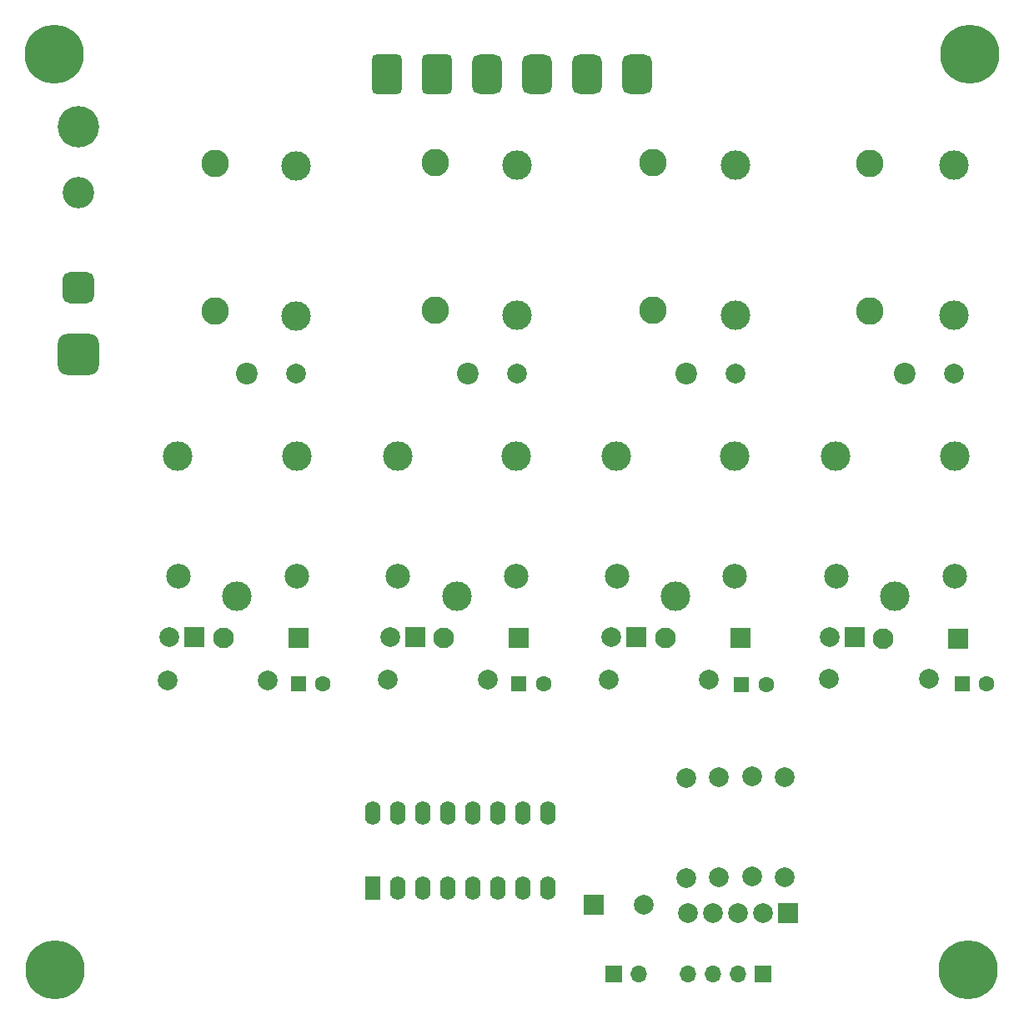
<source format=gbr>
%TF.GenerationSoftware,KiCad,Pcbnew,(6.0.8)*%
%TF.CreationDate,2023-03-03T00:40:04+05:30*%
%TF.ProjectId,STM32DryerPCB,53544d33-3244-4727-9965-725043422e6b,rev?*%
%TF.SameCoordinates,Original*%
%TF.FileFunction,Soldermask,Bot*%
%TF.FilePolarity,Negative*%
%FSLAX46Y46*%
G04 Gerber Fmt 4.6, Leading zero omitted, Abs format (unit mm)*
G04 Created by KiCad (PCBNEW (6.0.8)) date 2023-03-03 00:40:04*
%MOMM*%
%LPD*%
G01*
G04 APERTURE LIST*
G04 Aperture macros list*
%AMRoundRect*
0 Rectangle with rounded corners*
0 $1 Rounding radius*
0 $2 $3 $4 $5 $6 $7 $8 $9 X,Y pos of 4 corners*
0 Add a 4 corners polygon primitive as box body*
4,1,4,$2,$3,$4,$5,$6,$7,$8,$9,$2,$3,0*
0 Add four circle primitives for the rounded corners*
1,1,$1+$1,$2,$3*
1,1,$1+$1,$4,$5*
1,1,$1+$1,$6,$7*
1,1,$1+$1,$8,$9*
0 Add four rect primitives between the rounded corners*
20,1,$1+$1,$2,$3,$4,$5,0*
20,1,$1+$1,$4,$5,$6,$7,0*
20,1,$1+$1,$6,$7,$8,$9,0*
20,1,$1+$1,$8,$9,$2,$3,0*%
G04 Aperture macros list end*
%ADD10RoundRect,0.416667X-1.083333X-1.583333X1.083333X-1.583333X1.083333X1.583333X-1.083333X1.583333X0*%
%ADD11RoundRect,0.750000X-0.750000X-1.250000X0.750000X-1.250000X0.750000X1.250000X-0.750000X1.250000X0*%
%ADD12C,2.800000*%
%ADD13C,2.000000*%
%ADD14R,2.100000X2.100000*%
%ADD15C,2.100000*%
%ADD16R,1.600000X2.400000*%
%ADD17O,1.600000X2.400000*%
%ADD18C,6.000000*%
%ADD19R,2.000000X2.000000*%
%ADD20C,3.000000*%
%ADD21C,2.500000*%
%ADD22R,1.600000X1.600000*%
%ADD23C,1.600000*%
%ADD24C,2.200000*%
%ADD25R,1.700000X1.700000*%
%ADD26O,1.700000X1.700000*%
%ADD27RoundRect,1.050000X1.050000X-1.050000X1.050000X1.050000X-1.050000X1.050000X-1.050000X-1.050000X0*%
%ADD28RoundRect,0.800000X0.800000X-0.800000X0.800000X0.800000X-0.800000X0.800000X-0.800000X-0.800000X0*%
%ADD29C,4.200000*%
%ADD30C,3.200000*%
G04 APERTURE END LIST*
D10*
%TO.C,J613*%
X-181032500Y-9550000D03*
X-175952500Y-9550000D03*
D11*
X-170872500Y-9550000D03*
X-165792500Y-9550000D03*
X-160712500Y-9550000D03*
X-155632500Y-9550000D03*
%TD*%
D12*
%TO.C,C402*%
X-198450000Y-33650000D03*
X-198450000Y-18650000D03*
%TD*%
D13*
%TO.C,R307*%
X-147350000Y-91150000D03*
X-147350000Y-80990000D03*
%TD*%
%TO.C,R407*%
X-125970000Y-70950000D03*
X-136130000Y-70950000D03*
%TD*%
D14*
%TO.C,D408*%
X-123040000Y-66950000D03*
D15*
X-130660000Y-66950000D03*
%TD*%
D13*
%TO.C,R305*%
X-140650000Y-91150000D03*
X-140650000Y-80990000D03*
%TD*%
D16*
%TO.C,U1*%
X-182450000Y-92250000D03*
D17*
X-179910000Y-92250000D03*
X-177370000Y-92250000D03*
X-174830000Y-92250000D03*
X-172290000Y-92250000D03*
X-169750000Y-92250000D03*
X-167210000Y-92250000D03*
X-164670000Y-92250000D03*
X-164670000Y-84630000D03*
X-167210000Y-84630000D03*
X-169750000Y-84630000D03*
X-172290000Y-84630000D03*
X-174830000Y-84630000D03*
X-177370000Y-84630000D03*
X-179910000Y-84630000D03*
X-182450000Y-84630000D03*
%TD*%
D18*
%TO.C,H610*%
X-121850000Y-7550000D03*
%TD*%
D19*
%TO.C,D403*%
X-178175000Y-66750000D03*
D13*
X-180715000Y-66750000D03*
%TD*%
%TO.C,R308*%
X-150650000Y-91170000D03*
X-150650000Y-81010000D03*
%TD*%
D20*
%TO.C,K402*%
X-173950000Y-62550000D03*
D21*
X-167900000Y-60600000D03*
D20*
X-167900000Y-48400000D03*
X-179950000Y-48350000D03*
D21*
X-179900000Y-60600000D03*
%TD*%
D22*
%TO.C,C405*%
X-145055112Y-71550000D03*
D23*
X-142555112Y-71550000D03*
%TD*%
D14*
%TO.C,D402*%
X-190040000Y-66850000D03*
D15*
X-197660000Y-66850000D03*
%TD*%
D13*
%TO.C,R401*%
X-193170000Y-71150000D03*
X-203330000Y-71150000D03*
%TD*%
D20*
%TO.C,R406*%
X-145650000Y-34050000D03*
X-145650000Y-18810000D03*
%TD*%
D24*
%TO.C,RV401*%
X-195250000Y-39950000D03*
D13*
X-190250000Y-39950000D03*
%TD*%
D18*
%TO.C,H609*%
X-214850000Y-7550000D03*
%TD*%
D13*
%TO.C,R405*%
X-148370000Y-71050000D03*
X-158530000Y-71050000D03*
%TD*%
D19*
%TO.C,D401*%
X-200575000Y-66750000D03*
D13*
X-203115000Y-66750000D03*
%TD*%
D24*
%TO.C,RV402*%
X-172850000Y-39950000D03*
D13*
X-167850000Y-39950000D03*
%TD*%
D20*
%TO.C,K403*%
X-151750000Y-62550000D03*
D21*
X-145700000Y-60600000D03*
D20*
X-145700000Y-48400000D03*
X-157750000Y-48350000D03*
D21*
X-157700000Y-60600000D03*
%TD*%
D25*
%TO.C,J614*%
X-142850000Y-100950000D03*
D26*
X-145390000Y-100950000D03*
X-147930000Y-100950000D03*
X-150470000Y-100950000D03*
%TD*%
D20*
%TO.C,R404*%
X-167850000Y-34050000D03*
X-167850000Y-18810000D03*
%TD*%
%TO.C,K401*%
X-196250000Y-62550000D03*
D21*
X-190200000Y-60600000D03*
D20*
X-190200000Y-48400000D03*
X-202250000Y-48350000D03*
D21*
X-202200000Y-60600000D03*
%TD*%
D22*
%TO.C,C407*%
X-122655112Y-71450000D03*
D23*
X-120155112Y-71450000D03*
%TD*%
D13*
%TO.C,R306*%
X-143950000Y-91050000D03*
X-143950000Y-80890000D03*
%TD*%
D12*
%TO.C,C408*%
X-132050000Y-33650000D03*
X-132050000Y-18650000D03*
%TD*%
D22*
%TO.C,C403*%
X-167655112Y-71450000D03*
D23*
X-165155112Y-71450000D03*
%TD*%
D13*
%TO.C,R403*%
X-170770000Y-71050000D03*
X-180930000Y-71050000D03*
%TD*%
D20*
%TO.C,R402*%
X-190250000Y-34170000D03*
X-190250000Y-18930000D03*
%TD*%
D27*
%TO.C,F601*%
X-212350000Y-38005000D03*
D28*
X-212350000Y-31245000D03*
D29*
X-212350000Y-14895000D03*
D30*
X-212350000Y-21655000D03*
%TD*%
D19*
%TO.C,RN301*%
X-140350000Y-94750000D03*
D13*
X-142890000Y-94750000D03*
X-145430000Y-94750000D03*
X-147970000Y-94750000D03*
X-150510000Y-94750000D03*
%TD*%
D22*
%TO.C,C401*%
X-190055112Y-71450000D03*
D23*
X-187555112Y-71450000D03*
%TD*%
D25*
%TO.C,J612*%
X-157990000Y-100950000D03*
D26*
X-155450000Y-100950000D03*
%TD*%
D20*
%TO.C,K404*%
X-129450000Y-62550000D03*
D21*
X-123400000Y-60600000D03*
D20*
X-123400000Y-48400000D03*
X-135450000Y-48350000D03*
D21*
X-135400000Y-60600000D03*
%TD*%
D18*
%TO.C,H612*%
X-122050000Y-100550000D03*
%TD*%
D24*
%TO.C,RV404*%
X-128450000Y-39950000D03*
D13*
X-123450000Y-39950000D03*
%TD*%
D20*
%TO.C,R408*%
X-123450000Y-34050000D03*
X-123450000Y-18810000D03*
%TD*%
D19*
%TO.C,D407*%
X-133550000Y-66750000D03*
D13*
X-136090000Y-66750000D03*
%TD*%
D14*
%TO.C,D404*%
X-167640000Y-66850000D03*
D15*
X-175260000Y-66850000D03*
%TD*%
D18*
%TO.C,H611*%
X-214750000Y-100550000D03*
%TD*%
D12*
%TO.C,C406*%
X-154050000Y-33550000D03*
X-154050000Y-18550000D03*
%TD*%
D24*
%TO.C,RV403*%
X-150650000Y-39950000D03*
D13*
X-145650000Y-39950000D03*
%TD*%
D19*
%TO.C,D405*%
X-155750000Y-66750000D03*
D13*
X-158290000Y-66750000D03*
%TD*%
D19*
%TO.C,C601*%
X-160002651Y-93900000D03*
D13*
X-155002651Y-93900000D03*
%TD*%
D14*
%TO.C,D406*%
X-145140000Y-66850000D03*
D15*
X-152760000Y-66850000D03*
%TD*%
D12*
%TO.C,C404*%
X-176150000Y-33550000D03*
X-176150000Y-18550000D03*
%TD*%
M02*

</source>
